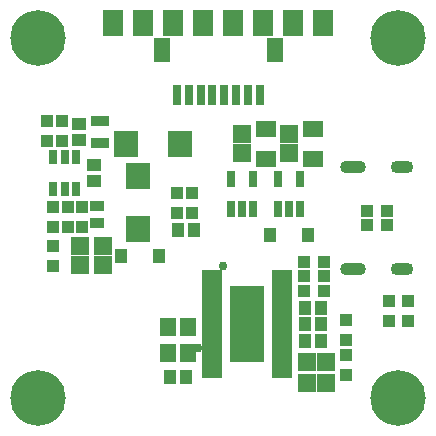
<source format=gbs>
%TF.GenerationSoftware,Altium Limited,Altium Designer,25.6.2 (33)*%
G04 Layer_Color=16711935*
%FSLAX45Y45*%
%MOMM*%
%TF.SameCoordinates,DF3DBB3C-48A9-464C-9951-F34C30E37C37*%
%TF.FilePolarity,Negative*%
%TF.FileFunction,Soldermask,Bot*%
%TF.Part,Single*%
G01*
G75*
%TA.AperFunction,SMDPad,CuDef*%
%ADD51R,1.80000X1.40000*%
%ADD83R,1.70320X2.20320*%
%ADD85R,1.20320X1.10320*%
%ADD86R,1.10320X1.00320*%
%ADD89R,1.60320X1.50320*%
%ADD90R,1.10320X1.20320*%
%ADD94R,1.00320X1.10320*%
%TA.AperFunction,ComponentPad*%
%ADD101O,2.20002X1.10002*%
%ADD102O,1.90002X1.10002*%
%TA.AperFunction,ViaPad*%
%ADD103C,4.70320*%
%TA.AperFunction,SMDPad,CuDef*%
%ADD104R,0.80320X1.75320*%
%ADD105R,0.80320X1.40320*%
%ADD106R,1.67820X0.65320*%
%ADD107R,2.95320X6.40320*%
%ADD108R,1.50320X0.90320*%
%ADD109R,0.80320X1.20320*%
%ADD110R,1.40320X1.60320*%
%ADD111R,2.00320X2.30320*%
%ADD112R,1.08321X1.16319*%
%ADD113R,2.00320X2.20320*%
%ADD114R,1.14320X0.87320*%
%ADD115R,1.50320X1.60320*%
%ADD116R,1.40320X2.00320*%
%TA.AperFunction,ViaPad*%
%ADD117C,0.75320*%
D51*
X4225002Y3630002D02*
D03*
X3825003D02*
D03*
X4225002Y3369998D02*
D03*
X3825003D02*
D03*
D83*
X4314000Y4524973D02*
D03*
X4060000D02*
D03*
X3044000D02*
D03*
X3298000D02*
D03*
X2536000D02*
D03*
X2790000D02*
D03*
X3806000D02*
D03*
X3552000D02*
D03*
D85*
X2249293Y3669884D02*
D03*
Y3534888D02*
D03*
X2374293Y3184884D02*
D03*
Y3319885D02*
D03*
D86*
X4857593Y2935200D02*
D03*
Y2814800D02*
D03*
X4320001Y2252499D02*
D03*
Y2377499D02*
D03*
Y2502499D02*
D03*
X4687596Y2814800D02*
D03*
Y2935200D02*
D03*
X4150004Y2502499D02*
D03*
Y2377499D02*
D03*
Y2252499D02*
D03*
D89*
X3625003Y3580000D02*
D03*
X4025003D02*
D03*
X2449293Y2472386D02*
D03*
X2251795D02*
D03*
X2449293Y2632386D02*
D03*
X2251795D02*
D03*
X3625003Y3420000D02*
D03*
X4025003D02*
D03*
D90*
X4292498Y2112498D02*
D03*
Y1827499D02*
D03*
X3222500Y2775000D02*
D03*
X3019999Y1525000D02*
D03*
X4157502Y2112498D02*
D03*
X3154995Y1525000D02*
D03*
X4157502Y1827499D02*
D03*
Y1975000D02*
D03*
X4292498D02*
D03*
X3087500Y2775000D02*
D03*
D94*
X4872299Y2169001D02*
D03*
X5027701Y2168998D02*
D03*
X4505003Y1842500D02*
D03*
X3200000Y3084999D02*
D03*
X1974293Y3527385D02*
D03*
X2024293Y2792388D02*
D03*
Y2467386D02*
D03*
X3075000Y3084999D02*
D03*
X2024293Y2637386D02*
D03*
X2274293Y2792388D02*
D03*
X2099293Y3697387D02*
D03*
Y3527390D02*
D03*
X2274293Y2962390D02*
D03*
X2149293Y2962385D02*
D03*
Y2792388D02*
D03*
X1974293Y3697387D02*
D03*
X2024293Y2962385D02*
D03*
X3075000Y2915002D02*
D03*
X3200000D02*
D03*
X4505003Y1542500D02*
D03*
Y1712497D02*
D03*
Y2012497D02*
D03*
X5027701Y1999001D02*
D03*
X4872299Y1999004D02*
D03*
D101*
X4563590Y3307003D02*
D03*
Y2442997D02*
D03*
D102*
X4981598Y3307003D02*
D03*
Y2442997D02*
D03*
D103*
X1900000Y4400000D02*
D03*
Y1350000D02*
D03*
X4950000D02*
D03*
Y4400000D02*
D03*
D104*
X3774999Y3911039D02*
D03*
X3675000D02*
D03*
X3475000D02*
D03*
X3175001D02*
D03*
X3575000D02*
D03*
X3075001D02*
D03*
X3375000D02*
D03*
X3275000D02*
D03*
D105*
X4025000Y2950001D02*
D03*
X3625000D02*
D03*
X4120001Y3199998D02*
D03*
X3529999Y2950001D02*
D03*
X3720001D02*
D03*
X3529999Y3199998D02*
D03*
X3720001D02*
D03*
X4120001Y2950001D02*
D03*
X3929999D02*
D03*
Y3199998D02*
D03*
D106*
X3962599Y2075002D02*
D03*
Y1880001D02*
D03*
X3375000Y1750004D02*
D03*
Y1685000D02*
D03*
X3962599Y2140001D02*
D03*
Y2010003D02*
D03*
Y1815002D02*
D03*
Y1555003D02*
D03*
Y1620002D02*
D03*
Y1750004D02*
D03*
Y2204999D02*
D03*
Y2270003D02*
D03*
Y2335001D02*
D03*
Y2400000D02*
D03*
X3375000D02*
D03*
Y2335001D02*
D03*
Y2270003D02*
D03*
Y1945000D02*
D03*
Y1620002D02*
D03*
Y1555003D02*
D03*
Y2010003D02*
D03*
Y2140001D02*
D03*
Y2075002D02*
D03*
X3962599Y1945000D02*
D03*
X3375000Y2204999D02*
D03*
X3962599Y1685000D02*
D03*
X3375000Y1880001D02*
D03*
Y1815002D02*
D03*
D107*
X3668802Y1977502D02*
D03*
D108*
X2424293Y3697387D02*
D03*
Y3507385D02*
D03*
D109*
X2029292Y3389886D02*
D03*
X2219294Y3114886D02*
D03*
X2124293D02*
D03*
X2219294Y3389886D02*
D03*
X2124293D02*
D03*
X2029292Y3114886D02*
D03*
D110*
X3169994Y1730011D02*
D03*
X2999994Y1950011D02*
D03*
X3169994D02*
D03*
X2999994Y1730011D02*
D03*
D111*
X3104295Y3502396D02*
D03*
X2644291D02*
D03*
D112*
X2599293Y2552386D02*
D03*
X2921314D02*
D03*
X4188512Y2725000D02*
D03*
X3866491D02*
D03*
D113*
X2749293Y2777388D02*
D03*
Y3227384D02*
D03*
D114*
X2399293Y2828386D02*
D03*
Y2976386D02*
D03*
D115*
X4175003Y1652499D02*
D03*
X4335003D02*
D03*
X4175003Y1477499D02*
D03*
X4335003D02*
D03*
D116*
X2944998Y4298536D02*
D03*
X3905002D02*
D03*
D117*
X3253837Y1772511D02*
D03*
X3465827Y2466824D02*
D03*
%TF.MD5,759a833ac638bc46d5a024b214e98456*%
M02*

</source>
